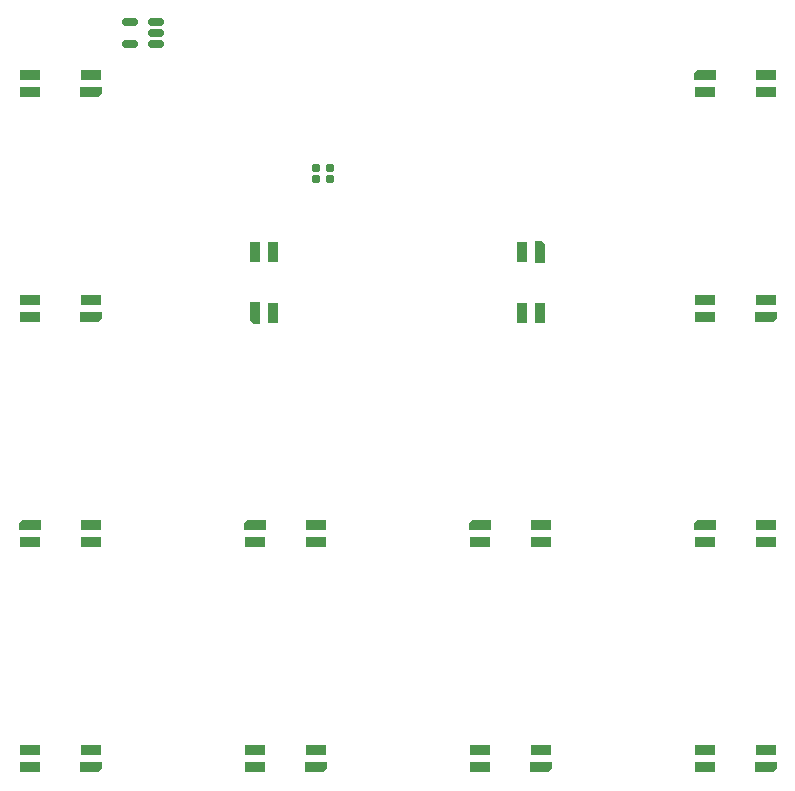
<source format=gbp>
%TF.GenerationSoftware,KiCad,Pcbnew,8.0.8*%
%TF.CreationDate,2025-02-20T23:43:36+01:00*%
%TF.ProjectId,hackpad,6861636b-7061-4642-9e6b-696361645f70,rev?*%
%TF.SameCoordinates,Original*%
%TF.FileFunction,Paste,Bot*%
%TF.FilePolarity,Positive*%
%FSLAX46Y46*%
G04 Gerber Fmt 4.6, Leading zero omitted, Abs format (unit mm)*
G04 Created by KiCad (PCBNEW 8.0.8) date 2025-02-20 23:43:36*
%MOMM*%
%LPD*%
G01*
G04 APERTURE LIST*
G04 Aperture macros list*
%AMRoundRect*
0 Rectangle with rounded corners*
0 $1 Rounding radius*
0 $2 $3 $4 $5 $6 $7 $8 $9 X,Y pos of 4 corners*
0 Add a 4 corners polygon primitive as box body*
4,1,4,$2,$3,$4,$5,$6,$7,$8,$9,$2,$3,0*
0 Add four circle primitives for the rounded corners*
1,1,$1+$1,$2,$3*
1,1,$1+$1,$4,$5*
1,1,$1+$1,$6,$7*
1,1,$1+$1,$8,$9*
0 Add four rect primitives between the rounded corners*
20,1,$1+$1,$2,$3,$4,$5,0*
20,1,$1+$1,$4,$5,$6,$7,0*
20,1,$1+$1,$6,$7,$8,$9,0*
20,1,$1+$1,$8,$9,$2,$3,0*%
%AMOutline5P*
0 Free polygon, 5 corners , with rotation*
0 The origin of the aperture is its center*
0 number of corners: always 5*
0 $1 to $10 corner X, Y*
0 $11 Rotation angle, in degrees counterclockwise*
0 create outline with 5 corners*
4,1,5,$1,$2,$3,$4,$5,$6,$7,$8,$9,$10,$1,$2,$11*%
%AMOutline6P*
0 Free polygon, 6 corners , with rotation*
0 The origin of the aperture is its center*
0 number of corners: always 6*
0 $1 to $12 corner X, Y*
0 $13 Rotation angle, in degrees counterclockwise*
0 create outline with 6 corners*
4,1,6,$1,$2,$3,$4,$5,$6,$7,$8,$9,$10,$11,$12,$1,$2,$13*%
%AMOutline7P*
0 Free polygon, 7 corners , with rotation*
0 The origin of the aperture is its center*
0 number of corners: always 7*
0 $1 to $14 corner X, Y*
0 $15 Rotation angle, in degrees counterclockwise*
0 create outline with 7 corners*
4,1,7,$1,$2,$3,$4,$5,$6,$7,$8,$9,$10,$11,$12,$13,$14,$1,$2,$15*%
%AMOutline8P*
0 Free polygon, 8 corners , with rotation*
0 The origin of the aperture is its center*
0 number of corners: always 8*
0 $1 to $16 corner X, Y*
0 $17 Rotation angle, in degrees counterclockwise*
0 create outline with 8 corners*
4,1,8,$1,$2,$3,$4,$5,$6,$7,$8,$9,$10,$11,$12,$13,$14,$15,$16,$1,$2,$17*%
G04 Aperture macros list end*
%ADD10R,0.820000X1.800000*%
%ADD11Outline5P,-0.900000X0.410000X0.900000X0.410000X0.900000X-0.164000X0.654000X-0.410000X-0.900000X-0.410000X270.000000*%
%ADD12R,1.800000X0.820000*%
%ADD13Outline5P,-0.900000X0.410000X0.900000X0.410000X0.900000X-0.164000X0.654000X-0.410000X-0.900000X-0.410000X180.000000*%
%ADD14Outline5P,-0.900000X0.410000X0.900000X0.410000X0.900000X-0.164000X0.654000X-0.410000X-0.900000X-0.410000X0.000000*%
%ADD15Outline5P,-0.900000X0.410000X0.900000X0.410000X0.900000X-0.164000X0.654000X-0.410000X-0.900000X-0.410000X90.000000*%
%ADD16RoundRect,0.160000X-0.197500X-0.160000X0.197500X-0.160000X0.197500X0.160000X-0.197500X0.160000X0*%
%ADD17RoundRect,0.150000X0.512500X0.150000X-0.512500X0.150000X-0.512500X-0.150000X0.512500X-0.150000X0*%
G04 APERTURE END LIST*
D10*
%TO.C,LED_SUB3*%
X59450000Y-60900000D03*
X57950000Y-60900000D03*
D11*
X57950000Y-66100000D03*
D10*
X59450000Y-66100000D03*
%TD*%
D12*
%TO.C,LED8*%
X101175000Y-85475000D03*
X101175000Y-83975000D03*
D13*
X95975000Y-83975000D03*
D12*
X95975000Y-85475000D03*
%TD*%
%TO.C,LED2*%
X101175000Y-47375000D03*
X101175000Y-45875000D03*
D13*
X95975000Y-45875000D03*
D12*
X95975000Y-47375000D03*
%TD*%
%TO.C,LED9*%
X38825000Y-103025000D03*
X38825000Y-104525000D03*
D14*
X44025000Y-104525000D03*
D12*
X44025000Y-103025000D03*
%TD*%
%TO.C,LED5*%
X44025000Y-85475000D03*
X44025000Y-83975000D03*
D13*
X38825000Y-83975000D03*
D12*
X38825000Y-85475000D03*
%TD*%
D10*
%TO.C,LED_SUB4*%
X80550000Y-66100000D03*
X82050000Y-66100000D03*
D15*
X82050000Y-60900000D03*
D10*
X80550000Y-60900000D03*
%TD*%
D12*
%TO.C,LED6*%
X63075000Y-85475000D03*
X63075000Y-83975000D03*
D13*
X57875000Y-83975000D03*
D12*
X57875000Y-85475000D03*
%TD*%
%TO.C,LED7*%
X82125000Y-85475000D03*
X82125000Y-83975000D03*
D13*
X76925000Y-83975000D03*
D12*
X76925000Y-85475000D03*
%TD*%
%TO.C,LED1*%
X38825000Y-45875000D03*
X38825000Y-47375000D03*
D14*
X44025000Y-47375000D03*
D12*
X44025000Y-45875000D03*
%TD*%
%TO.C,LED4*%
X95975000Y-64925000D03*
X95975000Y-66425000D03*
D14*
X101175000Y-66425000D03*
D12*
X101175000Y-64925000D03*
%TD*%
%TO.C,LED11*%
X76925000Y-103025000D03*
X76925000Y-104525000D03*
D14*
X82125000Y-104525000D03*
D12*
X82125000Y-103025000D03*
%TD*%
%TO.C,LED12*%
X95975000Y-103025000D03*
X95975000Y-104525000D03*
D14*
X101175000Y-104525000D03*
D12*
X101175000Y-103025000D03*
%TD*%
%TO.C,LED3*%
X38825000Y-64925000D03*
X38825000Y-66425000D03*
D14*
X44025000Y-66425000D03*
D12*
X44025000Y-64925000D03*
%TD*%
%TO.C,LED10*%
X57875000Y-103025000D03*
X57875000Y-104525000D03*
D14*
X63075000Y-104525000D03*
D12*
X63075000Y-103025000D03*
%TD*%
D16*
%TO.C,R1*%
X63055000Y-54750000D03*
X64250000Y-54750000D03*
%TD*%
D17*
%TO.C,U3*%
X49562500Y-41425000D03*
X49562500Y-42375000D03*
X49562500Y-43325000D03*
X47287500Y-43325000D03*
X47287500Y-41425000D03*
%TD*%
D16*
%TO.C,R2*%
X63055000Y-53750000D03*
X64250000Y-53750000D03*
%TD*%
M02*

</source>
